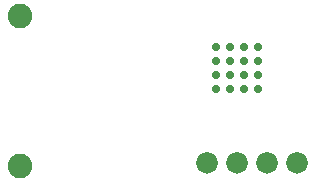
<source format=gbs>
G04 Layer_Color=16711935*
%FSLAX44Y44*%
%MOMM*%
G71*
G01*
G75*
%ADD60C,1.8300*%
%ADD61C,2.0800*%
%ADD62C,0.7400*%
D60*
X904200Y509000D02*
D03*
X878800D02*
D03*
X929600D02*
D03*
X955000D02*
D03*
D61*
X720500Y633000D02*
D03*
Y506000D02*
D03*
D62*
X886416Y583364D02*
D03*
Y571364D02*
D03*
X898416Y583364D02*
D03*
Y571364D02*
D03*
X886416Y595364D02*
D03*
X898416D02*
D03*
X886416Y607364D02*
D03*
X898416D02*
D03*
X910416Y571364D02*
D03*
Y583364D02*
D03*
X922416Y571364D02*
D03*
Y583364D02*
D03*
X910416Y595364D02*
D03*
Y607364D02*
D03*
X922416D02*
D03*
Y595364D02*
D03*
M02*

</source>
